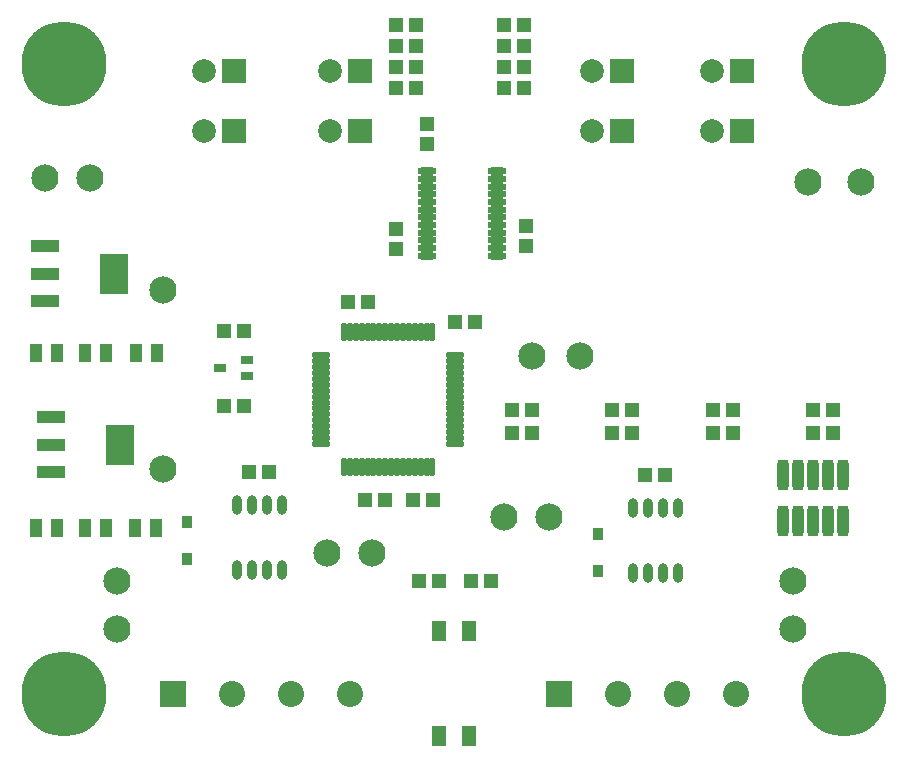
<source format=gts>
G04*
G04 #@! TF.GenerationSoftware,Altium Limited,Altium Designer,21.1.1 (26)*
G04*
G04 Layer_Color=8388736*
%FSLAX25Y25*%
%MOIN*%
G70*
G04*
G04 #@! TF.SameCoordinates,1B48DBFB-4F0D-4C64-993E-EB7B70E0D2B1*
G04*
G04*
G04 #@! TF.FilePolarity,Negative*
G04*
G01*
G75*
%ADD20O,0.06312X0.01981*%
%ADD21O,0.01981X0.06312*%
%ADD22R,0.03753X0.04343*%
%ADD23R,0.04540X0.04540*%
%ADD24R,0.04540X0.04540*%
%ADD25R,0.05131X0.06706*%
%ADD26O,0.06312X0.02572*%
%ADD27O,0.03162X0.06509*%
G04:AMPARAMS|DCode=28|XSize=37.92mil|YSize=102.49mil|CornerRadius=11.48mil|HoleSize=0mil|Usage=FLASHONLY|Rotation=0.000|XOffset=0mil|YOffset=0mil|HoleType=Round|Shape=RoundedRectangle|*
%AMROUNDEDRECTD28*
21,1,0.03792,0.07953,0,0,0.0*
21,1,0.01496,0.10249,0,0,0.0*
1,1,0.02296,0.00748,-0.03976*
1,1,0.02296,-0.00748,-0.03976*
1,1,0.02296,-0.00748,0.03976*
1,1,0.02296,0.00748,0.03976*
%
%ADD28ROUNDEDRECTD28*%
%ADD29R,0.09265X0.04343*%
%ADD30R,0.09265X0.13398*%
%ADD31R,0.04343X0.05918*%
%ADD32R,0.04343X0.02769*%
%ADD33C,0.07887*%
%ADD34R,0.07887X0.07887*%
%ADD35R,0.08674X0.08674*%
%ADD36C,0.08674*%
%ADD37C,0.09068*%
%ADD38C,0.28359*%
D20*
X205559Y232764D02*
D03*
Y230795D02*
D03*
Y228827D02*
D03*
Y226858D02*
D03*
Y224890D02*
D03*
Y222921D02*
D03*
Y220953D02*
D03*
Y218984D02*
D03*
Y217016D02*
D03*
Y215047D02*
D03*
Y213079D02*
D03*
Y211110D02*
D03*
Y209142D02*
D03*
Y207173D02*
D03*
Y205205D02*
D03*
Y203236D02*
D03*
X250441D02*
D03*
Y205205D02*
D03*
Y207173D02*
D03*
Y209142D02*
D03*
Y211110D02*
D03*
Y213079D02*
D03*
Y215047D02*
D03*
Y217016D02*
D03*
Y218984D02*
D03*
Y220953D02*
D03*
Y222921D02*
D03*
Y224890D02*
D03*
Y226858D02*
D03*
Y228827D02*
D03*
Y230795D02*
D03*
Y232764D02*
D03*
D21*
X213236Y195559D02*
D03*
X215205D02*
D03*
X217173D02*
D03*
X219142D02*
D03*
X221110D02*
D03*
X223079D02*
D03*
X225047D02*
D03*
X227016D02*
D03*
X228984D02*
D03*
X230953D02*
D03*
X232921D02*
D03*
X234890D02*
D03*
X236858D02*
D03*
X238827D02*
D03*
X240795D02*
D03*
X242764D02*
D03*
Y240441D02*
D03*
X240795D02*
D03*
X238827D02*
D03*
X236858D02*
D03*
X234890D02*
D03*
X232921D02*
D03*
X230953D02*
D03*
X228984D02*
D03*
X227016D02*
D03*
X225047D02*
D03*
X223079D02*
D03*
X221110D02*
D03*
X219142D02*
D03*
X217173D02*
D03*
X215205D02*
D03*
X213236D02*
D03*
D22*
X298000Y160799D02*
D03*
Y173201D02*
D03*
X161000Y177201D02*
D03*
Y164799D02*
D03*
D23*
X220153Y184500D02*
D03*
X226847D02*
D03*
X242846D02*
D03*
X236154D02*
D03*
X250153Y244000D02*
D03*
X256846D02*
D03*
X269153Y214500D02*
D03*
X275847D02*
D03*
X309347Y207000D02*
D03*
X302654D02*
D03*
X309347Y214500D02*
D03*
X302654D02*
D03*
X342846Y207000D02*
D03*
X336154D02*
D03*
X342846Y214500D02*
D03*
X336154D02*
D03*
X376346Y207000D02*
D03*
X369654D02*
D03*
X244847Y157500D02*
D03*
X238154D02*
D03*
X255654D02*
D03*
X262347D02*
D03*
X266653Y329000D02*
D03*
X273346D02*
D03*
Y336000D02*
D03*
X266653D02*
D03*
X237347Y329000D02*
D03*
X230654D02*
D03*
X273346Y322000D02*
D03*
X266653D02*
D03*
X230654D02*
D03*
X237347D02*
D03*
X230654Y336000D02*
D03*
X237347D02*
D03*
Y343000D02*
D03*
X230654D02*
D03*
X266653D02*
D03*
X273346D02*
D03*
X320346Y193000D02*
D03*
X313653D02*
D03*
X188347Y194000D02*
D03*
X181653D02*
D03*
X376346Y214500D02*
D03*
X369654D02*
D03*
X275847Y207000D02*
D03*
X269153D02*
D03*
X179847Y241000D02*
D03*
X173153D02*
D03*
X214653Y250500D02*
D03*
X221346D02*
D03*
X179847Y216000D02*
D03*
X173153D02*
D03*
D24*
X274000Y275847D02*
D03*
Y269153D02*
D03*
X241000Y303153D02*
D03*
Y309846D02*
D03*
X230500Y274847D02*
D03*
Y268154D02*
D03*
D25*
X255000Y141000D02*
D03*
X245000D02*
D03*
X255000Y105961D02*
D03*
X245000D02*
D03*
D26*
X264114Y265925D02*
D03*
Y268484D02*
D03*
Y271043D02*
D03*
Y273602D02*
D03*
Y276161D02*
D03*
Y278720D02*
D03*
Y281279D02*
D03*
Y283839D02*
D03*
Y286398D02*
D03*
Y288957D02*
D03*
Y291516D02*
D03*
Y294075D02*
D03*
X240886Y265925D02*
D03*
Y268484D02*
D03*
Y271043D02*
D03*
Y273602D02*
D03*
Y276161D02*
D03*
Y278720D02*
D03*
Y281279D02*
D03*
Y283839D02*
D03*
Y286398D02*
D03*
Y288957D02*
D03*
Y291516D02*
D03*
Y294075D02*
D03*
D27*
X324500Y181728D02*
D03*
X319500D02*
D03*
X314500D02*
D03*
X309500D02*
D03*
X324500Y160272D02*
D03*
X319500D02*
D03*
X314500D02*
D03*
X309500D02*
D03*
X192500Y182728D02*
D03*
X187500D02*
D03*
X182500D02*
D03*
X177500D02*
D03*
X192500Y161272D02*
D03*
X187500D02*
D03*
X182500D02*
D03*
X177500D02*
D03*
D28*
X379500Y192854D02*
D03*
X374500D02*
D03*
X369500D02*
D03*
X364500D02*
D03*
X359500D02*
D03*
X379500Y177500D02*
D03*
X374500D02*
D03*
X369500D02*
D03*
X364500D02*
D03*
X359500D02*
D03*
D29*
X115484Y212055D02*
D03*
Y203000D02*
D03*
Y193945D02*
D03*
X113484Y269055D02*
D03*
Y260000D02*
D03*
Y250945D02*
D03*
D30*
X138516Y203000D02*
D03*
X136516Y260000D02*
D03*
D31*
X134043Y233500D02*
D03*
X126957D02*
D03*
X134043Y175362D02*
D03*
X126957D02*
D03*
X150543D02*
D03*
X143457D02*
D03*
X151043Y233500D02*
D03*
X143957D02*
D03*
X117543Y175362D02*
D03*
X110457D02*
D03*
X117543Y233500D02*
D03*
X110457D02*
D03*
D32*
X180929Y225941D02*
D03*
Y231059D02*
D03*
X172071Y228500D02*
D03*
D33*
X296000Y327500D02*
D03*
Y307500D02*
D03*
X336000Y327500D02*
D03*
Y307500D02*
D03*
X208500Y327500D02*
D03*
Y307500D02*
D03*
X166500Y327500D02*
D03*
Y307500D02*
D03*
D34*
X306000Y327500D02*
D03*
Y307500D02*
D03*
X346000Y327500D02*
D03*
Y307500D02*
D03*
X218500Y327500D02*
D03*
Y307500D02*
D03*
X176500Y327500D02*
D03*
Y307500D02*
D03*
D35*
X156315Y120000D02*
D03*
X285000D02*
D03*
D36*
X176000D02*
D03*
X195685D02*
D03*
X215370D02*
D03*
X304685D02*
D03*
X324370D02*
D03*
X344055D02*
D03*
D37*
X222500Y167000D02*
D03*
X207500D02*
D03*
X363000Y157500D02*
D03*
Y141500D02*
D03*
X137500Y157500D02*
D03*
Y141500D02*
D03*
X292000Y232500D02*
D03*
X276000D02*
D03*
X113500Y292000D02*
D03*
X128500D02*
D03*
X281500Y179000D02*
D03*
X266500D02*
D03*
X368000Y290500D02*
D03*
X385500D02*
D03*
X153000Y195000D02*
D03*
Y254500D02*
D03*
D38*
X120000Y330000D02*
D03*
X380000D02*
D03*
Y120000D02*
D03*
X120000D02*
D03*
M02*

</source>
